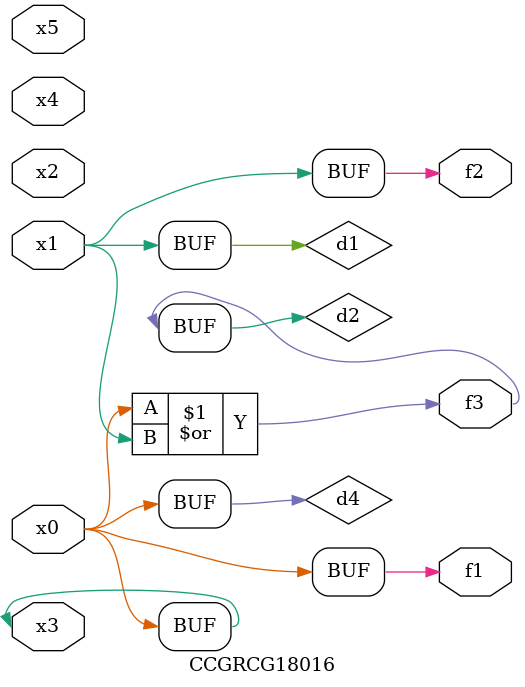
<source format=v>
module CCGRCG18016(
	input x0, x1, x2, x3, x4, x5,
	output f1, f2, f3
);

	wire d1, d2, d3, d4;

	and (d1, x1);
	or (d2, x0, x1);
	nand (d3, x0, x5);
	buf (d4, x0, x3);
	assign f1 = d4;
	assign f2 = d1;
	assign f3 = d2;
endmodule

</source>
